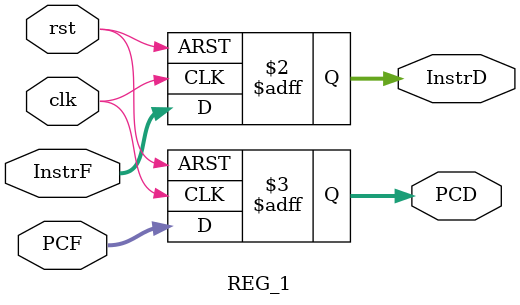
<source format=v>
`timescale 1ns / 1ps
module REG_1(
    input clk,
    input rst,
    input [31:0] InstrF, 
    input [31:0] PCF,
    output reg [31:0] InstrD, 
    output reg [31:0] PCD
    );

    always @(posedge clk or posedge rst) begin
        if (rst) begin
            InstrD <= 32'd0;
            PCD <= 32'd0;
        end else begin
            InstrD <= InstrF;
            PCD <= PCF;
        end
    end
endmodule
</source>
